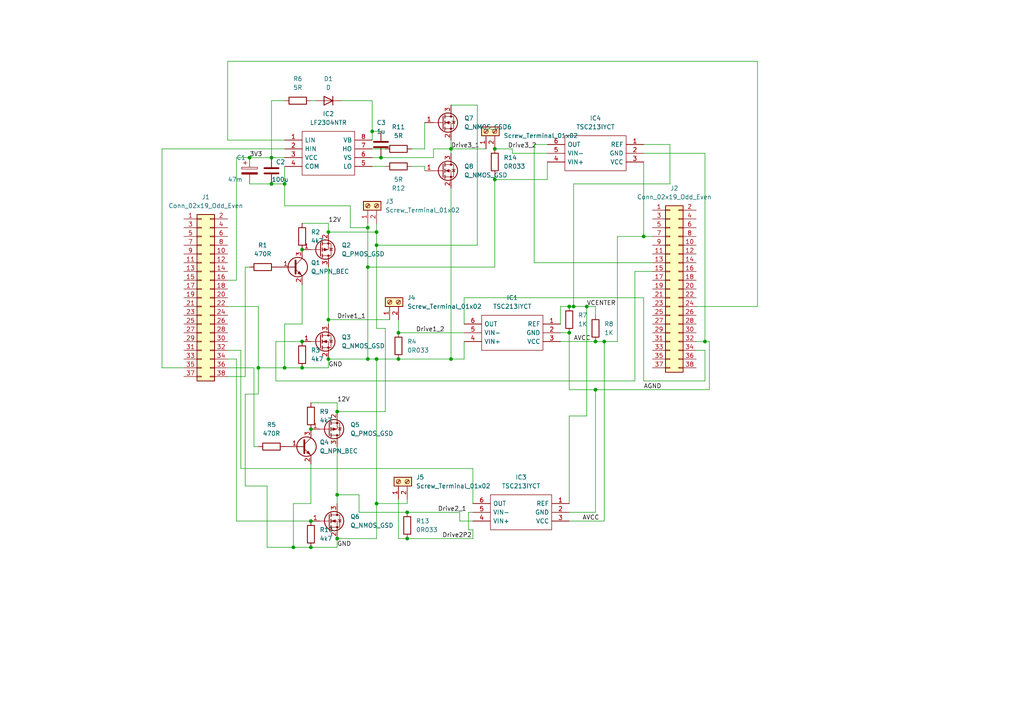
<source format=kicad_sch>
(kicad_sch (version 20211123) (generator eeschema)
  (paper "A4")
  (lib_symbols
    (symbol "Amplifier2:TSC213IYCT" (pin_names (offset 0.762))
      (property "Reference" "IC" (at 24.13 7.62 0))
      (property "Value" "TSC213IYCT" (at 24.13 5.08 0))
      (symbol "TSC213IYCT_0_0"
        (pin passive line (at 0 0 0) (length 5.08) (name "REF") (number "1"))
        (pin passive line (at 0 -2.54 0) (length 5.08) (name "GND") (number "2"))
        (pin passive line (at 0 -5.08 0) (length 5.08) (name "VCC") (number "3"))
        (pin passive line (at 27.94 -5.08 180) (length 5.08) (name "VIN+") (number "4"))
        (pin passive line (at 27.94 -2.54 180) (length 5.08) (name "VIN-") (number "5"))
        (pin passive line (at 27.94 0 180) (length 5.08) (name "OUT") (number "6"))
      )
      (symbol "TSC213IYCT_0_1"
        (polyline (pts (xy 5.08 2.54) (xy 22.86 2.54) (xy 22.86 -7.62) (xy 5.08 -7.62) (xy 5.08 2.54)) (stroke (width 0.1524)))
      )
    )
    (symbol "Connector:Screw_Terminal_01x02" (pin_names (offset 1.016) hide)
      (property "Reference" "J" (at 0 2.54 0))
      (property "Value" "Screw_Terminal_01x02" (at 0 -5.08 0))
      (symbol "Screw_Terminal_01x02_1_1"
        (rectangle (start -1.27 1.27) (end 1.27 -3.81) (stroke (width 0.254)) (fill (type background)))
        (circle (center 0 -2.54) (radius 0.635) (stroke (width 0.1524)))
        (polyline (pts (xy -0.5334 -2.2098) (xy 0.3302 -3.048)) (stroke (width 0.1524)))
        (polyline (pts (xy -0.5334 0.3302) (xy 0.3302 -0.508)) (stroke (width 0.1524)))
        (polyline (pts (xy -0.3556 -2.032) (xy 0.508 -2.8702)) (stroke (width 0.1524)))
        (polyline (pts (xy -0.3556 0.508) (xy 0.508 -0.3302)) (stroke (width 0.1524)))
        (circle (center 0 0) (radius 0.635) (stroke (width 0.1524)))
        (pin passive line (at -5.08 0 0) (length 3.81) (name "Pin_1") (number "1"))
        (pin passive line (at -5.08 -2.54 0) (length 3.81) (name "Pin_2") (number "2"))
      )
    )
    (symbol "Connector_Generic:Conn_02x19_Odd_Even" (pin_names (offset 1.016) hide)
      (property "Reference" "J" (at 1.27 25.4 0))
      (property "Value" "Conn_02x19_Odd_Even" (at 1.27 -25.4 0))
      (symbol "Conn_02x19_Odd_Even_1_1"
        (rectangle (start -1.27 -22.733) (end 0 -22.987) (stroke (width 0.1524)))
        (rectangle (start -1.27 -20.193) (end 0 -20.447) (stroke (width 0.1524)))
        (rectangle (start -1.27 -17.653) (end 0 -17.907) (stroke (width 0.1524)))
        (rectangle (start -1.27 -15.113) (end 0 -15.367) (stroke (width 0.1524)))
        (rectangle (start -1.27 -12.573) (end 0 -12.827) (stroke (width 0.1524)))
        (rectangle (start -1.27 -10.033) (end 0 -10.287) (stroke (width 0.1524)))
        (rectangle (start -1.27 -7.493) (end 0 -7.747) (stroke (width 0.1524)))
        (rectangle (start -1.27 -4.953) (end 0 -5.207) (stroke (width 0.1524)))
        (rectangle (start -1.27 -2.413) (end 0 -2.667) (stroke (width 0.1524)))
        (rectangle (start -1.27 0.127) (end 0 -0.127) (stroke (width 0.1524)))
        (rectangle (start -1.27 2.667) (end 0 2.413) (stroke (width 0.1524)))
        (rectangle (start -1.27 5.207) (end 0 4.953) (stroke (width 0.1524)))
        (rectangle (start -1.27 7.747) (end 0 7.493) (stroke (width 0.1524)))
        (rectangle (start -1.27 10.287) (end 0 10.033) (stroke (width 0.1524)))
        (rectangle (start -1.27 12.827) (end 0 12.573) (stroke (width 0.1524)))
        (rectangle (start -1.27 15.367) (end 0 15.113) (stroke (width 0.1524)))
        (rectangle (start -1.27 17.907) (end 0 17.653) (stroke (width 0.1524)))
        (rectangle (start -1.27 20.447) (end 0 20.193) (stroke (width 0.1524)))
        (rectangle (start -1.27 22.987) (end 0 22.733) (stroke (width 0.1524)))
        (rectangle (start -1.27 24.13) (end 3.81 -24.13) (stroke (width 0.254)) (fill (type background)))
        (rectangle (start 3.81 -22.733) (end 2.54 -22.987) (stroke (width 0.1524)))
        (rectangle (start 3.81 -20.193) (end 2.54 -20.447) (stroke (width 0.1524)))
        (rectangle (start 3.81 -17.653) (end 2.54 -17.907) (stroke (width 0.1524)))
        (rectangle (start 3.81 -15.113) (end 2.54 -15.367) (stroke (width 0.1524)))
        (rectangle (start 3.81 -12.573) (end 2.54 -12.827) (stroke (width 0.1524)))
        (rectangle (start 3.81 -10.033) (end 2.54 -10.287) (stroke (width 0.1524)))
        (rectangle (start 3.81 -7.493) (end 2.54 -7.747) (stroke (width 0.1524)))
        (rectangle (start 3.81 -4.953) (end 2.54 -5.207) (stroke (width 0.1524)))
        (rectangle (start 3.81 -2.413) (end 2.54 -2.667) (stroke (width 0.1524)))
        (rectangle (start 3.81 0.127) (end 2.54 -0.127) (stroke (width 0.1524)))
        (rectangle (start 3.81 2.667) (end 2.54 2.413) (stroke (width 0.1524)))
        (rectangle (start 3.81 5.207) (end 2.54 4.953) (stroke (width 0.1524)))
        (rectangle (start 3.81 7.747) (end 2.54 7.493) (stroke (width 0.1524)))
        (rectangle (start 3.81 10.287) (end 2.54 10.033) (stroke (width 0.1524)))
        (rectangle (start 3.81 12.827) (end 2.54 12.573) (stroke (width 0.1524)))
        (rectangle (start 3.81 15.367) (end 2.54 15.113) (stroke (width 0.1524)))
        (rectangle (start 3.81 17.907) (end 2.54 17.653) (stroke (width 0.1524)))
        (rectangle (start 3.81 20.447) (end 2.54 20.193) (stroke (width 0.1524)))
        (rectangle (start 3.81 22.987) (end 2.54 22.733) (stroke (width 0.1524)))
        (pin passive line (at -5.08 22.86 0) (length 3.81) (name "Pin_1") (number "1"))
        (pin passive line (at 7.62 12.7 180) (length 3.81) (name "Pin_10") (number "10"))
        (pin passive line (at -5.08 10.16 0) (length 3.81) (name "Pin_11") (number "11"))
        (pin passive line (at 7.62 10.16 180) (length 3.81) (name "Pin_12") (number "12"))
        (pin passive line (at -5.08 7.62 0) (length 3.81) (name "Pin_13") (number "13"))
        (pin passive line (at 7.62 7.62 180) (length 3.81) (name "Pin_14") (number "14"))
        (pin passive line (at -5.08 5.08 0) (length 3.81) (name "Pin_15") (number "15"))
        (pin passive line (at 7.62 5.08 180) (length 3.81) (name "Pin_16") (number "16"))
        (pin passive line (at -5.08 2.54 0) (length 3.81) (name "Pin_17") (number "17"))
        (pin passive line (at 7.62 2.54 180) (length 3.81) (name "Pin_18") (number "18"))
        (pin passive line (at -5.08 0 0) (length 3.81) (name "Pin_19") (number "19"))
        (pin passive line (at 7.62 22.86 180) (length 3.81) (name "Pin_2") (number "2"))
        (pin passive line (at 7.62 0 180) (length 3.81) (name "Pin_20") (number "20"))
        (pin passive line (at -5.08 -2.54 0) (length 3.81) (name "Pin_21") (number "21"))
        (pin passive line (at 7.62 -2.54 180) (length 3.81) (name "Pin_22") (number "22"))
        (pin passive line (at -5.08 -5.08 0) (length 3.81) (name "Pin_23") (number "23"))
        (pin passive line (at 7.62 -5.08 180) (length 3.81) (name "Pin_24") (number "24"))
        (pin passive line (at -5.08 -7.62 0) (length 3.81) (name "Pin_25") (number "25"))
        (pin passive line (at 7.62 -7.62 180) (length 3.81) (name "Pin_26") (number "26"))
        (pin passive line (at -5.08 -10.16 0) (length 3.81) (name "Pin_27") (number "27"))
        (pin passive line (at 7.62 -10.16 180) (length 3.81) (name "Pin_28") (number "28"))
        (pin passive line (at -5.08 -12.7 0) (length 3.81) (name "Pin_29") (number "29"))
        (pin passive line (at -5.08 20.32 0) (length 3.81) (name "Pin_3") (number "3"))
        (pin passive line (at 7.62 -12.7 180) (length 3.81) (name "Pin_30") (number "30"))
        (pin passive line (at -5.08 -15.24 0) (length 3.81) (name "Pin_31") (number "31"))
        (pin passive line (at 7.62 -15.24 180) (length 3.81) (name "Pin_32") (number "32"))
        (pin passive line (at -5.08 -17.78 0) (length 3.81) (name "Pin_33") (number "33"))
        (pin passive line (at 7.62 -17.78 180) (length 3.81) (name "Pin_34") (number "34"))
        (pin passive line (at -5.08 -20.32 0) (length 3.81) (name "Pin_35") (number "35"))
        (pin passive line (at 7.62 -20.32 180) (length 3.81) (name "Pin_36") (number "36"))
        (pin passive line (at -5.08 -22.86 0) (length 3.81) (name "Pin_37") (number "37"))
        (pin passive line (at 7.62 -22.86 180) (length 3.81) (name "Pin_38") (number "38"))
        (pin passive line (at 7.62 20.32 180) (length 3.81) (name "Pin_4") (number "4"))
        (pin passive line (at -5.08 17.78 0) (length 3.81) (name "Pin_5") (number "5"))
        (pin passive line (at 7.62 17.78 180) (length 3.81) (name "Pin_6") (number "6"))
        (pin passive line (at -5.08 15.24 0) (length 3.81) (name "Pin_7") (number "7"))
        (pin passive line (at 7.62 15.24 180) (length 3.81) (name "Pin_8") (number "8"))
        (pin passive line (at -5.08 12.7 0) (length 3.81) (name "Pin_9") (number "9"))
      )
    )
    (symbol "Device:C" (pin_numbers hide) (pin_names (offset 0.254))
      (property "Reference" "C" (at 0.635 2.54 0))
      (property "Value" "C" (at 0.635 -2.54 0))
      (symbol "C_0_1"
        (polyline (pts (xy -2.032 -0.762) (xy 2.032 -0.762)) (stroke (width 0.508)))
        (polyline (pts (xy -2.032 0.762) (xy 2.032 0.762)) (stroke (width 0.508)))
      )
      (symbol "C_1_1"
        (pin passive line (at 0 3.81 270) (length 2.794) (name "~") (number "1"))
        (pin passive line (at 0 -3.81 90) (length 2.794) (name "~") (number "2"))
      )
    )
    (symbol "Device:C_Polarized" (pin_numbers hide) (pin_names (offset 0.254))
      (property "Reference" "C" (at 0.635 2.54 0))
      (property "Value" "C_Polarized" (at 0.635 -2.54 0))
      (symbol "C_Polarized_0_1"
        (rectangle (start -2.286 0.508) (end 2.286 1.016))
        (polyline (pts (xy -1.778 2.286) (xy -0.762 2.286)))
        (polyline (pts (xy -1.27 2.794) (xy -1.27 1.778)))
        (rectangle (start 2.286 -0.508) (end -2.286 -1.016) (fill (type outline)))
      )
      (symbol "C_Polarized_1_1"
        (pin passive line (at 0 3.81 270) (length 2.794) (name "~") (number "1"))
        (pin passive line (at 0 -3.81 90) (length 2.794) (name "~") (number "2"))
      )
    )
    (symbol "Device:D" (pin_numbers hide) (pin_names (offset 1.016) hide)
      (property "Reference" "D" (at 0 2.54 0))
      (property "Value" "D" (at 0 -2.54 0))
      (symbol "D_0_1"
        (polyline (pts (xy -1.27 1.27) (xy -1.27 -1.27)) (stroke (width 0.254)))
        (polyline (pts (xy 1.27 0) (xy -1.27 0)))
        (polyline (pts (xy 1.27 1.27) (xy 1.27 -1.27) (xy -1.27 0) (xy 1.27 1.27)) (stroke (width 0.254)))
      )
      (symbol "D_1_1"
        (pin passive line (at -3.81 0 0) (length 2.54) (name "K") (number "1"))
        (pin passive line (at 3.81 0 180) (length 2.54) (name "A") (number "2"))
      )
    )
    (symbol "Device:Q_NMOS_GSD" (pin_names (offset 0) hide)
      (property "Reference" "Q" (at 5.08 1.27 0))
      (property "Value" "Q_NMOS_GSD" (at 5.08 -1.27 0))
      (symbol "Q_NMOS_GSD_0_1"
        (polyline (pts (xy 0.254 0) (xy -2.54 0)))
        (polyline (pts (xy 0.254 1.905) (xy 0.254 -1.905)) (stroke (width 0.254)))
        (polyline (pts (xy 0.762 -1.27) (xy 0.762 -2.286)) (stroke (width 0.254)))
        (polyline (pts (xy 0.762 0.508) (xy 0.762 -0.508)) (stroke (width 0.254)))
        (polyline (pts (xy 0.762 2.286) (xy 0.762 1.27)) (stroke (width 0.254)))
        (polyline (pts (xy 2.54 2.54) (xy 2.54 1.778)))
        (polyline (pts (xy 2.54 -2.54) (xy 2.54 0) (xy 0.762 0)))
        (polyline (pts (xy 0.762 -1.778) (xy 3.302 -1.778) (xy 3.302 1.778) (xy 0.762 1.778)))
        (polyline (pts (xy 1.016 0) (xy 2.032 0.381) (xy 2.032 -0.381) (xy 1.016 0)) (fill (type outline)))
        (polyline (pts (xy 2.794 0.508) (xy 2.921 0.381) (xy 3.683 0.381) (xy 3.81 0.254)))
        (polyline (pts (xy 3.302 0.381) (xy 2.921 -0.254) (xy 3.683 -0.254) (xy 3.302 0.381)))
        (circle (center 1.651 0) (radius 2.794) (stroke (width 0.254)))
        (circle (center 2.54 -1.778) (radius 0.254) (fill (type outline)))
        (circle (center 2.54 1.778) (radius 0.254) (fill (type outline)))
      )
      (symbol "Q_NMOS_GSD_1_1"
        (pin input line (at -5.08 0 0) (length 2.54) (name "G") (number "1"))
        (pin passive line (at 2.54 -5.08 90) (length 2.54) (name "S") (number "2"))
        (pin passive line (at 2.54 5.08 270) (length 2.54) (name "D") (number "3"))
      )
    )
    (symbol "Device:Q_NPN_BEC" (pin_names (offset 0) hide)
      (property "Reference" "Q" (at 5.08 1.27 0))
      (property "Value" "Q_NPN_BEC" (at 5.08 -1.27 0))
      (symbol "Q_NPN_BEC_0_1"
        (polyline (pts (xy 0.635 0.635) (xy 2.54 2.54)))
        (polyline (pts (xy 0.635 -0.635) (xy 2.54 -2.54) (xy 2.54 -2.54)))
        (polyline (pts (xy 0.635 1.905) (xy 0.635 -1.905) (xy 0.635 -1.905)) (stroke (width 0.508)))
        (polyline (pts (xy 1.27 -1.778) (xy 1.778 -1.27) (xy 2.286 -2.286) (xy 1.27 -1.778) (xy 1.27 -1.778)) (fill (type outline)))
        (circle (center 1.27 0) (radius 2.8194) (stroke (width 0.254)))
      )
      (symbol "Q_NPN_BEC_1_1"
        (pin input line (at -5.08 0 0) (length 5.715) (name "B") (number "1"))
        (pin passive line (at 2.54 -5.08 90) (length 2.54) (name "E") (number "2"))
        (pin passive line (at 2.54 5.08 270) (length 2.54) (name "C") (number "3"))
      )
    )
    (symbol "Device:Q_PMOS_GSD" (pin_names (offset 0) hide)
      (property "Reference" "Q" (at 5.08 1.27 0))
      (property "Value" "Q_PMOS_GSD" (at 5.08 -1.27 0))
      (symbol "Q_PMOS_GSD_0_1"
        (polyline (pts (xy 0.254 0) (xy -2.54 0)))
        (polyline (pts (xy 0.254 1.905) (xy 0.254 -1.905)) (stroke (width 0.254)))
        (polyline (pts (xy 0.762 -1.27) (xy 0.762 -2.286)) (stroke (width 0.254)))
        (polyline (pts (xy 0.762 0.508) (xy 0.762 -0.508)) (stroke (width 0.254)))
        (polyline (pts (xy 0.762 2.286) (xy 0.762 1.27)) (stroke (width 0.254)))
        (polyline (pts (xy 2.54 2.54) (xy 2.54 1.778)))
        (polyline (pts (xy 2.54 -2.54) (xy 2.54 0) (xy 0.762 0)))
        (polyline (pts (xy 0.762 1.778) (xy 3.302 1.778) (xy 3.302 -1.778) (xy 0.762 -1.778)))
        (polyline (pts (xy 2.286 0) (xy 1.27 0.381) (xy 1.27 -0.381) (xy 2.286 0)) (fill (type outline)))
        (polyline (pts (xy 2.794 -0.508) (xy 2.921 -0.381) (xy 3.683 -0.381) (xy 3.81 -0.254)))
        (polyline (pts (xy 3.302 -0.381) (xy 2.921 0.254) (xy 3.683 0.254) (xy 3.302 -0.381)))
        (circle (center 1.651 0) (radius 2.794) (stroke (width 0.254)))
        (circle (center 2.54 -1.778) (radius 0.254) (fill (type outline)))
        (circle (center 2.54 1.778) (radius 0.254) (fill (type outline)))
      )
      (symbol "Q_PMOS_GSD_1_1"
        (pin input line (at -5.08 0 0) (length 2.54) (name "G") (number "1"))
        (pin passive line (at 2.54 -5.08 90) (length 2.54) (name "S") (number "2"))
        (pin passive line (at 2.54 5.08 270) (length 2.54) (name "D") (number "3"))
      )
    )
    (symbol "Device:R" (pin_numbers hide) (pin_names (offset 0))
      (property "Reference" "R" (at 2.032 0 90))
      (property "Value" "R" (at 0 0 90))
      (symbol "R_0_1"
        (rectangle (start -1.016 -2.54) (end 1.016 2.54) (stroke (width 0.254)))
      )
      (symbol "R_1_1"
        (pin passive line (at 0 3.81 270) (length 1.27) (name "~") (number "1"))
        (pin passive line (at 0 -3.81 90) (length 1.27) (name "~") (number "2"))
      )
    )
    (symbol "Driver_FET2:LF2304NTR" (pin_names (offset 0.762))
      (property "Reference" "IC" (at 21.59 7.62 0))
      (property "Value" "LF2304NTR" (at 21.59 5.08 0))
      (symbol "LF2304NTR_0_0"
        (pin passive line (at 0 0 0) (length 5.08) (name "LIN") (number "1"))
        (pin passive line (at 0 -2.54 0) (length 5.08) (name "HIN") (number "2"))
        (pin passive line (at 0 -5.08 0) (length 5.08) (name "VCC") (number "3"))
        (pin passive line (at 0 -7.62 0) (length 5.08) (name "COM") (number "4"))
        (pin passive line (at 25.4 -7.62 180) (length 5.08) (name "LO") (number "5"))
        (pin passive line (at 25.4 -5.08 180) (length 5.08) (name "VS") (number "6"))
        (pin passive line (at 25.4 -2.54 180) (length 5.08) (name "HO") (number "7"))
        (pin passive line (at 25.4 0 180) (length 5.08) (name "VB") (number "8"))
      )
      (symbol "LF2304NTR_0_1"
        (polyline (pts (xy 5.08 2.54) (xy 20.32 2.54) (xy 20.32 -10.16) (xy 5.08 -10.16) (xy 5.08 2.54)) (stroke (width 0.1524)))
      )
    )
  )
  (junction (at 172.72 113.03))
  (junction (at 74.93 106.68))
  (junction (at 115.57 96.52))
  (junction (at 172.72 99.06))
  (junction (at 87.63 99.06))
  (junction (at 166.37 88.9))
  (junction (at 90.17 124.46))
  (junction (at 72.39 45.72))
  (junction (at 106.68 66.04))
  (junction (at 186.69 68.58))
  (junction (at 106.68 77.47))
  (junction (at 118.11 156.21))
  (junction (at 175.26 99.06))
  (junction (at 95.25 67.31))
  (junction (at 95.25 104.14))
  (junction (at 87.63 106.68))
  (junction (at 165.1 96.52))
  (junction (at 90.17 151.13))
  (junction (at 85.09 158.75))
  (junction (at 204.47 99.06))
  (junction (at 78.74 53.34))
  (junction (at 97.79 156.21))
  (junction (at 130.81 104.14))
  (junction (at 109.22 71.12))
  (junction (at 130.81 43.18))
  (junction (at 106.68 104.14))
  (junction (at 110.49 45.72))
  (junction (at 82.55 53.34))
  (junction (at 109.22 146.05))
  (junction (at 82.55 106.68))
  (junction (at 90.17 158.75))
  (junction (at 118.11 148.59))
  (junction (at 78.74 45.72))
  (junction (at 115.57 104.14))
  (junction (at 109.22 67.31))
  (junction (at 95.25 92.71))
  (junction (at 97.79 143.51))
  (junction (at 165.1 88.9))
  (junction (at 107.95 38.1))
  (junction (at 87.63 72.39))
  (junction (at 97.79 119.38))
  (junction (at 143.51 52.07))
  (junction (at 143.51 43.18))
  (junction (at 109.22 104.14))
  (junction (at 170.18 88.9))
  (wire (pts (xy 66.04 81.28) (xy 68.58 81.28)))
  (wire (pts (xy 78.74 45.72) (xy 78.74 29.21)))
  (wire (pts (xy 101.6 59.69) (xy 101.6 66.04)))
  (wire (pts (xy 165.1 113.03) (xy 165.1 96.52)))
  (wire (pts (xy 186.69 110.49) (xy 204.47 110.49)))
  (wire (pts (xy 148.59 44.45) (xy 148.59 43.18)))
  (wire (pts (xy 205.74 99.06) (xy 205.74 113.03)))
  (wire (pts (xy 165.1 151.13) (xy 175.26 151.13)))
  (wire (pts (xy 77.47 158.75) (xy 85.09 158.75)))
  (wire (pts (xy 165.1 88.9) (xy 166.37 88.9)))
  (wire (pts (xy 134.62 93.98) (xy 134.62 86.36)))
  (wire (pts (xy 172.72 113.03) (xy 165.1 113.03)))
  (wire (pts (xy 179.07 99.06) (xy 175.26 99.06)))
  (wire (pts (xy 104.14 143.51) (xy 97.79 143.51)))
  (wire (pts (xy 111.76 119.38) (xy 97.79 119.38)))
  (wire (pts (xy 172.72 88.9) (xy 172.72 91.44)))
  (wire (pts (xy 189.23 78.74) (xy 184.15 78.74)))
  (wire (pts (xy 123.19 49.53) (xy 123.19 48.26)))
  (wire (pts (xy 82.55 106.68) (xy 87.63 106.68)))
  (wire (pts (xy 74.93 106.68) (xy 82.55 106.68)))
  (wire (pts (xy 162.56 99.06) (xy 172.72 99.06)))
  (wire (pts (xy 111.76 95.25) (xy 109.22 95.25)))
  (wire (pts (xy 97.79 156.21) (xy 109.22 156.21)))
  (wire (pts (xy 87.63 64.77) (xy 95.25 64.77)))
  (wire (pts (xy 115.57 96.52) (xy 134.62 96.52)))
  (wire (pts (xy 179.07 68.58) (xy 179.07 99.06)))
  (wire (pts (xy 104.14 148.59) (xy 104.14 143.51)))
  (wire (pts (xy 68.58 151.13) (xy 68.58 104.14)))
  (wire (pts (xy 107.95 48.26) (xy 111.76 48.26)))
  (wire (pts (xy 162.56 93.98) (xy 162.56 88.9)))
  (wire (pts (xy 123.19 43.18) (xy 119.38 43.18)))
  (wire (pts (xy 69.85 101.6) (xy 66.04 101.6)))
  (wire (pts (xy 115.57 104.14) (xy 130.81 104.14)))
  (wire (pts (xy 130.81 30.48) (xy 138.43 30.48)))
  (wire (pts (xy 111.76 95.25) (xy 111.76 119.38)))
  (wire (pts (xy 113.03 92.71) (xy 95.25 92.71)))
  (wire (pts (xy 82.55 45.72) (xy 78.74 45.72)))
  (wire (pts (xy 109.22 146.05) (xy 109.22 156.21)))
  (wire (pts (xy 158.75 52.07) (xy 143.51 52.07)))
  (wire (pts (xy 137.16 135.89) (xy 137.16 146.05)))
  (wire (pts (xy 72.39 45.72) (xy 78.74 45.72)))
  (wire (pts (xy 125.73 45.72) (xy 125.73 43.18)))
  (wire (pts (xy 110.49 45.72) (xy 125.73 45.72)))
  (wire (pts (xy 158.75 41.91) (xy 154.94 41.91)))
  (wire (pts (xy 130.81 40.64) (xy 130.81 43.18)))
  (wire (pts (xy 166.37 53.34) (xy 166.37 88.9)))
  (wire (pts (xy 204.47 110.49) (xy 204.47 101.6)))
  (wire (pts (xy 154.94 76.2) (xy 189.23 76.2)))
  (wire (pts (xy 107.95 45.72) (xy 110.49 45.72)))
  (wire (pts (xy 69.85 135.89) (xy 137.16 135.89)))
  (wire (pts (xy 106.68 66.04) (xy 106.68 77.47)))
  (wire (pts (xy 189.23 68.58) (xy 186.69 68.58)))
  (wire (pts (xy 46.99 106.68) (xy 46.99 43.18)))
  (wire (pts (xy 107.95 38.1) (xy 107.95 40.64)))
  (wire (pts (xy 109.22 71.12) (xy 138.43 71.12)))
  (wire (pts (xy 80.01 99.06) (xy 87.63 99.06)))
  (wire (pts (xy 186.69 46.99) (xy 186.69 68.58)))
  (wire (pts (xy 73.66 106.68) (xy 66.04 106.68)))
  (wire (pts (xy 154.94 41.91) (xy 154.94 76.2)))
  (wire (pts (xy 184.15 110.49) (xy 80.01 110.49)))
  (wire (pts (xy 186.69 41.91) (xy 194.31 41.91)))
  (wire (pts (xy 87.63 93.98) (xy 82.55 93.98)))
  (wire (pts (xy 219.71 17.78) (xy 219.71 88.9)))
  (wire (pts (xy 90.17 134.62) (xy 90.17 146.05)))
  (wire (pts (xy 106.68 104.14) (xy 109.22 104.14)))
  (wire (pts (xy 170.18 88.9) (xy 172.72 88.9)))
  (wire (pts (xy 106.68 77.47) (xy 106.68 104.14)))
  (wire (pts (xy 125.73 43.18) (xy 130.81 43.18)))
  (wire (pts (xy 194.31 53.34) (xy 166.37 53.34)))
  (wire (pts (xy 95.25 106.68) (xy 87.63 106.68)))
  (wire (pts (xy 74.93 88.9) (xy 74.93 106.68)))
  (wire (pts (xy 90.17 29.21) (xy 91.44 29.21)))
  (wire (pts (xy 170.18 120.65) (xy 170.18 88.9)))
  (wire (pts (xy 106.68 64.77) (xy 106.68 66.04)))
  (wire (pts (xy 66.04 88.9) (xy 74.93 88.9)))
  (wire (pts (xy 101.6 66.04) (xy 106.68 66.04)))
  (wire (pts (xy 143.51 50.8) (xy 143.51 52.07)))
  (wire (pts (xy 133.35 148.59) (xy 133.35 151.13)))
  (wire (pts (xy 85.09 146.05) (xy 85.09 158.75)))
  (wire (pts (xy 133.35 151.13) (xy 137.16 151.13)))
  (wire (pts (xy 194.31 41.91) (xy 194.31 53.34)))
  (wire (pts (xy 97.79 156.21) (xy 97.79 158.75)))
  (wire (pts (xy 158.75 46.99) (xy 158.75 52.07)))
  (wire (pts (xy 77.47 140.97) (xy 71.12 140.97)))
  (wire (pts (xy 115.57 156.21) (xy 118.11 156.21)))
  (wire (pts (xy 53.34 106.68) (xy 46.99 106.68)))
  (wire (pts (xy 175.26 99.06) (xy 172.72 99.06)))
  (wire (pts (xy 118.11 156.21) (xy 137.16 156.21)))
  (wire (pts (xy 71.12 109.22) (xy 71.12 77.47)))
  (wire (pts (xy 107.95 29.21) (xy 107.95 38.1)))
  (wire (pts (xy 140.97 43.18) (xy 130.81 43.18)))
  (wire (pts (xy 115.57 144.78) (xy 115.57 156.21)))
  (wire (pts (xy 165.1 148.59) (xy 172.72 148.59)))
  (wire (pts (xy 73.66 129.54) (xy 74.93 129.54)))
  (wire (pts (xy 78.74 53.34) (xy 82.55 53.34)))
  (wire (pts (xy 69.85 135.89) (xy 69.85 101.6)))
  (wire (pts (xy 68.58 151.13) (xy 90.17 151.13)))
  (wire (pts (xy 143.51 52.07) (xy 143.51 77.47)))
  (wire (pts (xy 66.04 109.22) (xy 71.12 109.22)))
  (wire (pts (xy 73.66 129.54) (xy 73.66 106.68)))
  (wire (pts (xy 71.12 140.97) (xy 71.12 114.3)))
  (wire (pts (xy 68.58 104.14) (xy 66.04 104.14)))
  (wire (pts (xy 158.75 44.45) (xy 148.59 44.45)))
  (wire (pts (xy 204.47 99.06) (xy 205.74 99.06)))
  (wire (pts (xy 68.58 81.28) (xy 68.58 45.72)))
  (wire (pts (xy 97.79 143.51) (xy 97.79 146.05)))
  (wire (pts (xy 95.25 92.71) (xy 95.25 93.98)))
  (wire (pts (xy 66.04 17.78) (xy 219.71 17.78)))
  (wire (pts (xy 80.01 110.49) (xy 80.01 99.06)))
  (wire (pts (xy 186.69 44.45) (xy 204.47 44.45)))
  (wire (pts (xy 109.22 67.31) (xy 95.25 67.31)))
  (wire (pts (xy 109.22 104.14) (xy 115.57 104.14)))
  (wire (pts (xy 95.25 104.14) (xy 106.68 104.14)))
  (wire (pts (xy 148.59 43.18) (xy 143.51 43.18)))
  (wire (pts (xy 95.25 104.14) (xy 95.25 106.68)))
  (wire (pts (xy 165.1 120.65) (xy 165.1 146.05)))
  (wire (pts (xy 204.47 44.45) (xy 204.47 99.06)))
  (wire (pts (xy 97.79 158.75) (xy 90.17 158.75)))
  (wire (pts (xy 97.79 116.84) (xy 97.79 119.38)))
  (wire (pts (xy 82.55 53.34) (xy 82.55 59.69)))
  (wire (pts (xy 109.22 95.25) (xy 109.22 71.12)))
  (wire (pts (xy 135.89 153.67) (xy 135.89 148.59)))
  (wire (pts (xy 87.63 82.55) (xy 87.63 93.98)))
  (wire (pts (xy 82.55 48.26) (xy 82.55 53.34)))
  (wire (pts (xy 107.95 43.18) (xy 111.76 43.18)))
  (wire (pts (xy 184.15 78.74) (xy 184.15 110.49)))
  (wire (pts (xy 109.22 64.77) (xy 109.22 67.31)))
  (wire (pts (xy 95.25 64.77) (xy 95.25 67.31)))
  (wire (pts (xy 123.19 35.56) (xy 123.19 43.18)))
  (wire (pts (xy 74.93 114.3) (xy 74.93 106.68)))
  (wire (pts (xy 118.11 148.59) (xy 104.14 148.59)))
  (wire (pts (xy 137.16 156.21) (xy 137.16 153.67)))
  (wire (pts (xy 205.74 113.03) (xy 172.72 113.03)))
  (wire (pts (xy 219.71 88.9) (xy 201.93 88.9)))
  (wire (pts (xy 166.37 88.9) (xy 170.18 88.9)))
  (wire (pts (xy 109.22 104.14) (xy 109.22 146.05)))
  (wire (pts (xy 162.56 96.52) (xy 165.1 96.52)))
  (wire (pts (xy 82.55 93.98) (xy 82.55 106.68)))
  (wire (pts (xy 90.17 146.05) (xy 85.09 146.05)))
  (wire (pts (xy 66.04 40.64) (xy 66.04 17.78)))
  (wire (pts (xy 109.22 146.05) (xy 118.11 146.05)))
  (wire (pts (xy 165.1 120.65) (xy 170.18 120.65)))
  (wire (pts (xy 77.47 140.97) (xy 77.47 158.75)))
  (wire (pts (xy 134.62 86.36) (xy 186.69 86.36)))
  (wire (pts (xy 82.55 40.64) (xy 66.04 40.64)))
  (wire (pts (xy 115.57 92.71) (xy 115.57 96.52)))
  (wire (pts (xy 143.51 77.47) (xy 106.68 77.47)))
  (wire (pts (xy 90.17 116.84) (xy 97.79 116.84)))
  (wire (pts (xy 72.39 53.34) (xy 78.74 53.34)))
  (wire (pts (xy 85.09 158.75) (xy 90.17 158.75)))
  (wire (pts (xy 118.11 148.59) (xy 133.35 148.59)))
  (wire (pts (xy 123.19 48.26) (xy 119.38 48.26)))
  (wire (pts (xy 78.74 29.21) (xy 82.55 29.21)))
  (wire (pts (xy 68.58 45.72) (xy 72.39 45.72)))
  (wire (pts (xy 135.89 148.59) (xy 137.16 148.59)))
  (wire (pts (xy 99.06 29.21) (xy 107.95 29.21)))
  (wire (pts (xy 137.16 153.67) (xy 135.89 153.67)))
  (wire (pts (xy 109.22 71.12) (xy 109.22 67.31)))
  (wire (pts (xy 71.12 114.3) (xy 74.93 114.3)))
  (wire (pts (xy 130.81 54.61) (xy 130.81 104.14)))
  (wire (pts (xy 175.26 99.06) (xy 175.26 151.13)))
  (wire (pts (xy 71.12 77.47) (xy 72.39 77.47)))
  (wire (pts (xy 186.69 68.58) (xy 179.07 68.58)))
  (wire (pts (xy 82.55 59.69) (xy 101.6 59.69)))
  (wire (pts (xy 201.93 99.06) (xy 204.47 99.06)))
  (wire (pts (xy 138.43 30.48) (xy 138.43 71.12)))
  (wire (pts (xy 172.72 148.59) (xy 172.72 113.03)))
  (wire (pts (xy 95.25 77.47) (xy 95.25 92.71)))
  (wire (pts (xy 204.47 101.6) (xy 201.93 101.6)))
  (wire (pts (xy 186.69 86.36) (xy 186.69 110.49)))
  (wire (pts (xy 97.79 129.54) (xy 97.79 143.51)))
  (wire (pts (xy 134.62 104.14) (xy 134.62 99.06)))
  (wire (pts (xy 118.11 144.78) (xy 118.11 146.05)))
  (wire (pts (xy 130.81 43.18) (xy 130.81 44.45)))
  (wire (pts (xy 46.99 43.18) (xy 82.55 43.18)))
  (wire (pts (xy 162.56 88.9) (xy 165.1 88.9)))
  (wire (pts (xy 107.95 38.1) (xy 110.49 38.1)))
  (wire (pts (xy 130.81 104.14) (xy 134.62 104.14)))
  (label "VCENTER" (at 170.18 88.9 0))
  (label "12V" (at 97.79 116.84 0))
  (label "Drive3_2" (at 147.32 43.18 0))
  (label "Drive3_1" (at 130.81 43.18 0))
  (label "GND" (at 97.79 158.75 0))
  (label "AVCC" (at 168.91 151.13 0))
  (label "GND" (at 95.25 106.68 0))
  (label "AGND" (at 186.69 113.03 0))
  (label "3V3" (at 72.39 45.72 0))
  (label "Drive2P2" (at 128.27 156.21 0))
  (label "12V" (at 95.25 64.77 0))
  (label "Drive1_1" (at 97.79 92.71 0))
  (label "Drive2_1" (at 127 148.59 0))
  (label "AVCC" (at 166.37 99.06 0))
  (label "Drive1_2" (at 120.65 96.52 0))
  (symbol (lib_id "Connector:Screw_Terminal_01x02") (at 113.03 87.63 90) (unit 1)
    (property "Reference" "J4" (at 118.11 86.3599 90) (effects (justify right)))
    (property "Value" "Screw_Terminal_01x02" (at 118.11 88.8999 90) (effects (justify right)))
    (property "Footprint" "TerminalBlock_Phoenix:TerminalBlock_Phoenix_MPT-0,5-2-2.54_1x02_P2.54mm_Horizontal" (effects hide))
  )
  (symbol (lib_id "Device:C_Polarized") (at 72.39 49.53 0) (unit 1)
    (property "Reference" "C1" (at 68.58 45.72 0) (effects (justify left)))
    (property "Value" "47m" (at 66.04 52.07 0) (effects (justify left)))
    (property "Footprint" "Capacitor_THT:CP_Radial_D18.0mm_P7.50mm" (effects hide))
  )
  (symbol (lib_id "Device:R") (at 115.57 48.26 90) (unit 1)
    (property "Reference" "R12" (at 115.57 54.61 90))
    (property "Value" "5R" (at 115.57 52.07 90))
    (property "Footprint" "Resistor_SMD:R_0603_1608Metric_Pad0.98x0.95mm_HandSolder" (effects hide))
  )
  (symbol (lib_id "Amplifier2:TSC213IYCT") (at 186.69 41.91 0) (mirror y) (unit 1)
    (property "Reference" "IC4" (at 172.72 34.29 0))
    (property "Value" "TSC213IYCT" (at 172.72 36.83 0))
    (property "Footprint" "Package_TO_SOT_SMD:SOT-363_SC-70-6_Handsoldering" (effects hide))
    (property "Datasheet" "https://www.st.com/resource/en/datasheet/tsc210.pdf" (effects hide))
    (property "Description" "Low / High side bidirectional, zero-drift, current sense amplifiers" (effects hide))
    (property "Height" "1.1" (effects hide))
    (property "Mouser Part Number" "511-TSC213IYCT" (effects hide))
    (property "Mouser Price/Stock" "https://www.mouser.co.uk/ProductDetail/STMicroelectronics/TSC213IYCT?qs=sPbYRqrBIVlpnuG5K9u%252BXg%3D%3D" (effects hide))
    (property "Manufacturer_Name" "STMicroelectronics" (effects hide))
    (property "Manufacturer_Part_Number" "TSC213IYCT" (effects hide))
  )
  (symbol (lib_id "Device:Q_NPN_BEC") (at 85.09 77.47 0) (unit 1)
    (property "Reference" "Q1" (at 90.17 76.1999 0) (effects (justify left)))
    (property "Value" "Q_NPN_BEC" (at 90.17 78.7399 0) (effects (justify left)))
    (property "Footprint" "Package_TO_SOT_SMD:SOT-23" (effects hide))
  )
  (symbol (lib_id "Connector_Generic:Conn_02x19_Odd_Even") (at 58.42 86.36 0) (unit 1)
    (property "Reference" "J1" (at 59.69 57.15 0))
    (property "Value" "Conn_02x19_Odd_Even" (at 59.69 59.69 0))
    (property "Footprint" "Connector_Samtec_HLE_THT:Samtec_HLE-119-02-xx-DV-PE-LC_2x19_P2.54mm_Horizontal" (effects hide))
  )
  (symbol (lib_id "Device:Q_PMOS_GSD") (at 95.25 124.46 0) (mirror x) (unit 1)
    (property "Reference" "Q5" (at 101.6 123.1899 0) (effects (justify left)))
    (property "Value" "Q_PMOS_GSD" (at 101.6 125.7299 0) (effects (justify left)))
    (property "Footprint" "Package_TO_SOT_SMD:SOT-23-3" (effects hide))
  )
  (symbol (lib_id "Device:R") (at 90.17 120.65 0) (unit 1)
    (property "Reference" "R9" (at 92.71 119.3799 0) (effects (justify left)))
    (property "Value" "4k7" (at 92.71 121.9199 0) (effects (justify left)))
    (property "Footprint" "Resistor_SMD:R_0603_1608Metric_Pad0.98x0.95mm_HandSolder" (effects hide))
  )
  (symbol (lib_id "Device:R") (at 86.36 29.21 90) (unit 1)
    (property "Reference" "R6" (at 86.36 22.86 90))
    (property "Value" "5R" (at 86.36 25.4 90))
    (property "Footprint" "Resistor_SMD:R_0603_1608Metric_Pad0.98x0.95mm_HandSolder" (effects hide))
  )
  (symbol (lib_id "Device:Q_NMOS_GSD") (at 128.27 35.56 0) (unit 1)
    (property "Reference" "Q7" (at 134.62 34.2899 0) (effects (justify left)))
    (property "Value" "Q_NMOS_GSD" (at 134.62 36.8299 0) (effects (justify left)))
    (property "Footprint" "Package_TO_SOT_SMD:SOT-23-3" (effects hide))
  )
  (symbol (lib_id "Device:R") (at 87.63 68.58 0) (unit 1)
    (property "Reference" "R2" (at 90.17 67.3099 0) (effects (justify left)))
    (property "Value" "4k7" (at 90.17 69.8499 0) (effects (justify left)))
    (property "Footprint" "Resistor_SMD:R_0603_1608Metric_Pad0.98x0.95mm_HandSolder" (effects hide))
  )
  (symbol (lib_id "Device:Q_NMOS_GSD") (at 92.71 99.06 0) (unit 1)
    (property "Reference" "Q3" (at 99.06 97.7899 0) (effects (justify left)))
    (property "Value" "Q_NMOS_GSD" (at 99.06 100.3299 0) (effects (justify left)))
    (property "Footprint" "Package_TO_SOT_SMD:SOT-23-3" (effects hide))
  )
  (symbol (lib_id "Amplifier2:TSC213IYCT") (at 165.1 146.05 0) (mirror y) (unit 1)
    (property "Reference" "IC3" (at 151.13 138.43 0))
    (property "Value" "TSC213IYCT" (at 151.13 140.97 0))
    (property "Footprint" "Package_TO_SOT_SMD:SOT-363_SC-70-6_Handsoldering" (effects hide))
    (property "Datasheet" "https://www.st.com/resource/en/datasheet/tsc210.pdf" (effects hide))
    (property "Description" "Low / High side bidirectional, zero-drift, current sense amplifiers" (effects hide))
    (property "Height" "1.1" (effects hide))
    (property "Mouser Part Number" "511-TSC213IYCT" (effects hide))
    (property "Mouser Price/Stock" "https://www.mouser.co.uk/ProductDetail/STMicroelectronics/TSC213IYCT?qs=sPbYRqrBIVlpnuG5K9u%252BXg%3D%3D" (effects hide))
    (property "Manufacturer_Name" "STMicroelectronics" (effects hide))
    (property "Manufacturer_Part_Number" "TSC213IYCT" (effects hide))
  )
  (symbol (lib_id "Device:R") (at 115.57 43.18 90) (unit 1)
    (property "Reference" "R11" (at 115.57 36.83 90))
    (property "Value" "5R" (at 115.57 39.37 90))
    (property "Footprint" "Resistor_SMD:R_0603_1608Metric_Pad0.98x0.95mm_HandSolder" (effects hide))
  )
  (symbol (lib_id "Device:Q_PMOS_GSD") (at 92.71 72.39 0) (mirror x) (unit 1)
    (property "Reference" "Q2" (at 99.06 71.1199 0) (effects (justify left)))
    (property "Value" "Q_PMOS_GSD" (at 99.06 73.6599 0) (effects (justify left)))
    (property "Footprint" "Package_TO_SOT_SMD:SOT-23-3" (effects hide))
  )
  (symbol (lib_id "Device:C") (at 78.74 49.53 0) (unit 1)
    (property "Reference" "C2" (at 80.01 46.99 0) (effects (justify left)))
    (property "Value" "100u" (at 78.74 52.07 0) (effects (justify left)))
    (property "Footprint" "Capacitor_SMD:C_0805_2012Metric" (effects hide))
  )
  (symbol (lib_id "Connector:Screw_Terminal_01x02") (at 115.57 139.7 90) (unit 1)
    (property "Reference" "J5" (at 120.65 138.4299 90) (effects (justify right)))
    (property "Value" "Screw_Terminal_01x02" (at 120.65 140.9699 90) (effects (justify right)))
    (property "Footprint" "TerminalBlock_Phoenix:TerminalBlock_Phoenix_MPT-0,5-2-2.54_1x02_P2.54mm_Horizontal" (effects hide))
  )
  (symbol (lib_id "Device:R") (at 115.57 100.33 0) (unit 1)
    (property "Reference" "R4" (at 118.11 99.0599 0) (effects (justify left)))
    (property "Value" "0R033" (at 118.11 101.5999 0) (effects (justify left)))
    (property "Footprint" "Resistor_SMD:R_0805_2012Metric_Pad1.20x1.40mm_HandSolder" (effects hide))
  )
  (symbol (lib_id "Device:R") (at 165.1 92.71 0) (unit 1)
    (property "Reference" "R7" (at 167.64 91.4399 0) (effects (justify left)))
    (property "Value" "1K" (at 167.64 93.9799 0) (effects (justify left)))
    (property "Footprint" "Resistor_SMD:R_0603_1608Metric_Pad0.98x0.95mm_HandSolder" (effects hide))
  )
  (symbol (lib_id "Device:D") (at 95.25 29.21 180) (unit 1)
    (property "Reference" "D1" (at 95.25 22.86 0))
    (property "Value" "D" (at 95.25 25.4 0))
    (property "Footprint" "Diode_SMD:D_SOD-123" (effects hide))
  )
  (symbol (lib_id "Driver_FET2:LF2304NTR") (at 82.55 40.64 0) (unit 1)
    (property "Reference" "IC2" (at 95.25 33.02 0))
    (property "Value" "LF2304NTR" (at 95.25 35.56 0))
    (property "Footprint" "Beetles:SOIC127P600X175-8N" (effects hide))
    (property "Datasheet" "https://www.littelfuse.com/~{/media/electronics/datasheets/power_semiconductors/littelfuse_gate_drivers_lf2304n_datasheet.pdf.pdf}" (effects hide))
    (property "Description" "Half-Bridge Gate Driver IC Inverting 8-SOIC" (effects hide))
    (property "Height" "1.75" (effects hide))
    (property "Mouser Part Number" "747-LF2304NTR" (effects hide))
    (property "Mouser Price/Stock" "https://www.mouser.co.uk/ProductDetail/IXYS/LF2304NTR?qs=QNEnbhJQKvYhBJPP%2FRVV3Q%3D%3D" (effects hide))
    (property "Manufacturer_Name" "LITTELFUSE" (effects hide))
    (property "Manufacturer_Part_Number" "LF2304NTR" (effects hide))
  )
  (symbol (lib_id "Device:R") (at 78.74 129.54 90) (unit 1)
    (property "Reference" "R5" (at 78.74 123.19 90))
    (property "Value" "470R" (at 78.74 125.73 90))
    (property "Footprint" "Resistor_SMD:R_0603_1608Metric_Pad0.98x0.95mm_HandSolder" (effects hide))
  )
  (symbol (lib_id "Device:R") (at 172.72 95.25 0) (unit 1)
    (property "Reference" "R8" (at 175.26 93.9799 0) (effects (justify left)))
    (property "Value" "1K" (at 175.26 96.5199 0) (effects (justify left)))
    (property "Footprint" "Resistor_SMD:R_0603_1608Metric_Pad0.98x0.95mm_HandSolder" (effects hide))
  )
  (symbol (lib_id "Device:Q_NMOS_GSD") (at 128.27 49.53 0) (unit 1)
    (property "Reference" "Q8" (at 134.62 48.2599 0) (effects (justify left)))
    (property "Value" "Q_NMOS_GSD" (at 134.62 50.7999 0) (effects (justify left)))
    (property "Footprint" "Package_TO_SOT_SMD:SOT-23-3" (effects hide))
  )
  (symbol (lib_id "Amplifier2:TSC213IYCT") (at 162.56 93.98 0) (mirror y) (unit 1)
    (property "Reference" "IC1" (at 148.59 86.36 0))
    (property "Value" "TSC213IYCT" (at 148.59 88.9 0))
    (property "Footprint" "Package_TO_SOT_SMD:SOT-363_SC-70-6_Handsoldering" (effects hide))
    (property "Datasheet" "https://www.st.com/resource/en/datasheet/tsc210.pdf" (effects hide))
    (property "Description" "Low / High side bidirectional, zero-drift, current sense amplifiers" (effects hide))
    (property "Height" "1.1" (effects hide))
    (property "Mouser Part Number" "511-TSC213IYCT" (effects hide))
    (property "Mouser Price/Stock" "https://www.mouser.co.uk/ProductDetail/STMicroelectronics/TSC213IYCT?qs=sPbYRqrBIVlpnuG5K9u%252BXg%3D%3D" (effects hide))
    (property "Manufacturer_Name" "STMicroelectronics" (effects hide))
    (property "Manufacturer_Part_Number" "TSC213IYCT" (effects hide))
  )
  (symbol (lib_id "Device:C") (at 110.49 41.91 0) (unit 1)
    (property "Reference" "C3" (at 109.22 35.56 0) (effects (justify left)))
    (property "Value" "1u" (at 109.22 38.1 0) (effects (justify left)))
    (property "Footprint" "Capacitor_SMD:C_0805_2012Metric" (effects hide))
  )
  (symbol (lib_id "Device:R") (at 143.51 46.99 0) (unit 1)
    (property "Reference" "R14" (at 146.05 45.7199 0) (effects (justify left)))
    (property "Value" "0R033" (at 146.05 48.2599 0) (effects (justify left)))
    (property "Footprint" "Resistor_SMD:R_0805_2012Metric_Pad1.20x1.40mm_HandSolder" (effects hide))
  )
  (symbol (lib_id "Device:Q_NMOS_GSD") (at 95.25 151.13 0) (unit 1)
    (property "Reference" "Q6" (at 101.6 149.8599 0) (effects (justify left)))
    (property "Value" "Q_NMOS_GSD" (at 101.6 152.3999 0) (effects (justify left)))
    (property "Footprint" "Package_TO_SOT_SMD:SOT-23-3" (effects hide))
  )
  (symbol (lib_id "Connector:Screw_Terminal_01x02") (at 140.97 38.1 90) (unit 1)
    (property "Reference" "J6" (at 146.05 36.8299 90) (effects (justify right)))
    (property "Value" "Screw_Terminal_01x02" (at 146.05 39.3699 90) (effects (justify right)))
    (property "Footprint" "TerminalBlock_Phoenix:TerminalBlock_Phoenix_MPT-0,5-2-2.54_1x02_P2.54mm_Horizontal" (effects hide))
  )
  (symbol (lib_id "Device:R") (at 118.11 152.4 0) (unit 1)
    (property "Reference" "R13" (at 120.65 151.1299 0) (effects (justify left)))
    (property "Value" "0R033" (at 120.65 153.6699 0) (effects (justify left)))
    (property "Footprint" "Resistor_SMD:R_0805_2012Metric_Pad1.20x1.40mm_HandSolder" (effects hide))
  )
  (symbol (lib_id "Device:R") (at 90.17 154.94 0) (unit 1)
    (property "Reference" "R10" (at 92.71 153.6699 0) (effects (justify left)))
    (property "Value" "4k7" (at 92.71 156.2099 0) (effects (justify left)))
    (property "Footprint" "Resistor_SMD:R_0603_1608Metric_Pad0.98x0.95mm_HandSolder" (effects hide))
  )
  (symbol (lib_id "Device:R") (at 76.2 77.47 90) (unit 1)
    (property "Reference" "R1" (at 76.2 71.12 90))
    (property "Value" "470R" (at 76.2 73.66 90))
    (property "Footprint" "Resistor_SMD:R_0603_1608Metric_Pad0.98x0.95mm_HandSolder" (effects hide))
  )
  (symbol (lib_id "Device:R") (at 87.63 102.87 0) (unit 1)
    (property "Reference" "R3" (at 90.17 101.5999 0) (effects (justify left)))
    (property "Value" "4k7" (at 90.17 104.1399 0) (effects (justify left)))
    (property "Footprint" "Resistor_SMD:R_0603_1608Metric_Pad0.98x0.95mm_HandSolder" (effects hide))
  )
  (symbol (lib_id "Connector:Screw_Terminal_01x02") (at 106.68 59.69 90) (unit 1)
    (property "Reference" "J3" (at 111.76 58.4199 90) (effects (justify right)))
    (property "Value" "Screw_Terminal_01x02" (at 111.76 60.9599 90) (effects (justify right)))
    (property "Footprint" "TerminalBlock_Phoenix:TerminalBlock_Phoenix_MPT-0,5-2-2.54_1x02_P2.54mm_Horizontal" (effects hide))
  )
  (symbol (lib_id "Connector_Generic:Conn_02x19_Odd_Even") (at 194.31 83.82 0) (unit 1)
    (property "Reference" "J2" (at 195.58 54.61 0))
    (property "Value" "Conn_02x19_Odd_Even" (at 195.58 57.15 0))
    (property "Footprint" "Connector_Samtec_HLE_THT:Samtec_HLE-119-02-xx-DV-PE-LC_2x19_P2.54mm_Horizontal" (effects hide))
  )
  (symbol (lib_id "Device:Q_NPN_BEC") (at 87.63 129.54 0) (unit 1)
    (property "Reference" "Q4" (at 92.71 128.2699 0) (effects (justify left)))
    (property "Value" "Q_NPN_BEC" (at 92.71 130.8099 0) (effects (justify left)))
    (property "Footprint" "Package_TO_SOT_SMD:SOT-23" (effects hide))
  )
)
</source>
